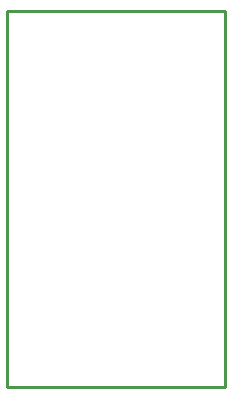
<source format=gbr>
G04 EAGLE Gerber RS-274X export*
G75*
%MOMM*%
%FSLAX34Y34*%
%LPD*%
%IN*%
%IPPOS*%
%AMOC8*
5,1,8,0,0,1.08239X$1,22.5*%
G01*
%ADD10C,0.254000*%


D10*
X0Y0D02*
X184660Y0D01*
X184660Y318670D01*
X0Y318670D01*
X0Y0D01*
M02*

</source>
